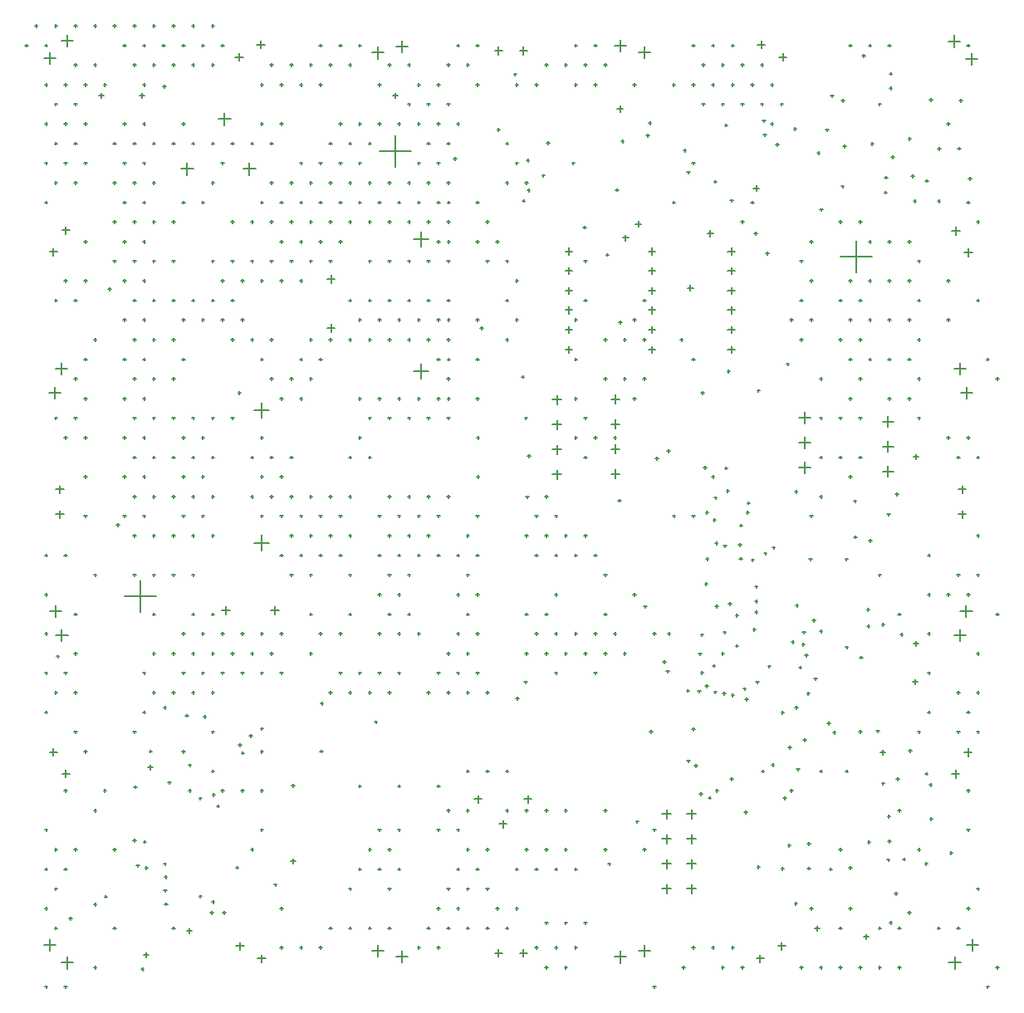
<source format=gbr>
G04*
G04 #@! TF.GenerationSoftware,Altium Limited,Altium Designer,25.5.2 (35)*
G04*
G04 Layer_Color=128*
%FSLAX25Y25*%
%MOIN*%
G70*
G04*
G04 #@! TF.SameCoordinates,5858FFA7-226C-4CE8-8668-B70CF27CC624*
G04*
G04*
G04 #@! TF.FilePolarity,Positive*
G04*
G01*
G75*
%ADD117C,0.00500*%
D117*
X257520Y51516D02*
X261063D01*
X259291Y49744D02*
Y53288D01*
X267520Y51516D02*
X271063D01*
X269291Y49744D02*
Y53288D01*
X257520Y61516D02*
X261063D01*
X259291Y59744D02*
Y63288D01*
X267520Y41516D02*
X271063D01*
X269291Y39744D02*
Y43288D01*
X257520Y71516D02*
X261063D01*
X259291Y69744D02*
Y73287D01*
X267520Y61516D02*
X271063D01*
X269291Y59744D02*
Y63288D01*
X257520Y41516D02*
X261063D01*
X259291Y39744D02*
Y43288D01*
X267520Y71516D02*
X271063D01*
X269291Y69744D02*
Y73287D01*
X237008Y238110D02*
X240551D01*
X238780Y236338D02*
Y239882D01*
X237008Y228110D02*
X240551D01*
X238780Y226339D02*
Y229882D01*
X237008Y208110D02*
X240551D01*
X238780Y206339D02*
Y209882D01*
X237008Y218110D02*
X240551D01*
X238780Y216338D02*
Y219882D01*
X283858Y265945D02*
X286614D01*
X285236Y264567D02*
Y267323D01*
X252067Y265945D02*
X254823D01*
X253445Y264567D02*
Y267323D01*
X218799Y265945D02*
X221555D01*
X220177Y264567D02*
Y267323D01*
X213484Y227854D02*
X217028D01*
X215256Y226083D02*
Y229626D01*
X312402Y210630D02*
X317126D01*
X314764Y208268D02*
Y212992D01*
X202126Y77598D02*
X205079D01*
X203602Y76122D02*
Y79075D01*
X123032Y266634D02*
X126181D01*
X124606Y265059D02*
Y268209D01*
X64331Y330512D02*
X69331D01*
X66831Y328012D02*
Y333012D01*
X93602Y180433D02*
X99705D01*
X96654Y177382D02*
Y183484D01*
X80807Y153248D02*
X83957D01*
X82382Y151673D02*
Y154823D01*
X373813Y305707D02*
X377013D01*
X375413Y304107D02*
Y307307D01*
X376353Y201850D02*
X379553D01*
X377953Y200250D02*
Y203450D01*
X295644Y380413D02*
X298844D01*
X297244Y378813D02*
Y382013D01*
X283858Y289567D02*
X286614D01*
X285236Y288189D02*
Y290945D01*
X378695Y96357D02*
X381895D01*
X380295Y94757D02*
Y97957D01*
X303911Y18484D02*
X307111D01*
X305511Y16884D02*
Y20084D01*
X252067Y289567D02*
X254823D01*
X253445Y288189D02*
Y290945D01*
X218799Y289567D02*
X221555D01*
X220177Y288189D02*
Y290945D01*
X213484Y237854D02*
X217028D01*
X215256Y236083D02*
Y239626D01*
X190250Y377953D02*
X193450D01*
X191850Y376353D02*
Y379553D01*
X86098Y375413D02*
X89298D01*
X87698Y373813D02*
Y377013D01*
X11589Y297146D02*
X14789D01*
X13189Y295546D02*
Y298746D01*
X14148Y191850D02*
X17348D01*
X15748Y190250D02*
Y193450D01*
X200250Y15748D02*
X203450D01*
X201850Y14148D02*
Y17348D01*
X182126Y77598D02*
X185079D01*
X183602Y76122D02*
Y79075D01*
X100492Y153248D02*
X103642D01*
X102067Y151673D02*
Y154823D01*
X16609Y87795D02*
X19809D01*
X18209Y86195D02*
Y89395D01*
X95152Y13484D02*
X98352D01*
X96752Y11884D02*
Y15084D01*
X218799Y297441D02*
X221555D01*
X220177Y296063D02*
Y298819D01*
X218799Y258071D02*
X221555D01*
X220177Y256693D02*
Y259449D01*
X218799Y281693D02*
X221555D01*
X220177Y280315D02*
Y283071D01*
X218799Y273819D02*
X221555D01*
X220177Y272441D02*
Y275197D01*
X143996Y337598D02*
X156595D01*
X150295Y331299D02*
Y343898D01*
X41859Y158967D02*
X54458D01*
X48158Y152668D02*
Y165266D01*
X329035Y295177D02*
X341634D01*
X335335Y288878D02*
Y301476D01*
X213484Y217854D02*
X217028D01*
X215256Y216083D02*
Y219626D01*
X283858Y273819D02*
X286614D01*
X285236Y272441D02*
Y275197D01*
X252067Y281693D02*
X254823D01*
X253445Y280315D02*
Y283071D01*
X252067Y273819D02*
X254823D01*
X253445Y272441D02*
Y275197D01*
X213484Y207854D02*
X217028D01*
X215256Y206083D02*
Y209626D01*
X283858Y281693D02*
X286614D01*
X285236Y280315D02*
Y283071D01*
X283858Y297441D02*
X286614D01*
X285236Y296063D02*
Y298819D01*
X283858Y258071D02*
X286614D01*
X285236Y256693D02*
Y259449D01*
X16589Y305806D02*
X19789D01*
X18189Y304206D02*
Y307406D01*
X252067Y258071D02*
X254823D01*
X253445Y256693D02*
Y259449D01*
X252067Y297441D02*
X254823D01*
X253445Y296063D02*
Y298819D01*
X372350Y381784D02*
X377075D01*
X374713Y379421D02*
Y384146D01*
X379618Y18890D02*
X384343D01*
X381980Y16528D02*
Y21252D01*
X374690Y250302D02*
X379415D01*
X377052Y247940D02*
Y252664D01*
X377180Y153058D02*
X381904D01*
X379542Y150696D02*
Y155420D01*
X238372Y379852D02*
X243097D01*
X240734Y377490D02*
Y382214D01*
X141030Y377136D02*
X145754D01*
X143392Y374774D02*
Y379498D01*
X9358Y374909D02*
X14083D01*
X11720Y372547D02*
Y377272D01*
X89331Y330512D02*
X94331D01*
X91831Y328012D02*
Y333012D01*
X247933Y16732D02*
X252657D01*
X250295Y14370D02*
Y19094D01*
X150689Y14173D02*
X155413D01*
X153051Y11811D02*
Y16535D01*
X14188Y143202D02*
X18912D01*
X16550Y140840D02*
Y145564D01*
X16437Y11811D02*
X21161D01*
X18799Y9449D02*
Y14173D01*
X11403Y240643D02*
X16127D01*
X13765Y238281D02*
Y243005D01*
X192126Y67598D02*
X195079D01*
X193602Y66122D02*
Y69075D01*
X312402Y230630D02*
X317126D01*
X314764Y228268D02*
Y232992D01*
X312402Y220630D02*
X317126D01*
X314764Y218268D02*
Y222992D01*
X346122Y229094D02*
X350256D01*
X348189Y227028D02*
Y231161D01*
X200250Y377953D02*
X203450D01*
X201850Y376353D02*
Y379553D01*
X378813Y297047D02*
X382013D01*
X380413Y295447D02*
Y298647D01*
X304304Y375413D02*
X307504D01*
X305904Y373813D02*
Y377013D01*
X376353Y191850D02*
X379553D01*
X377953Y190250D02*
Y193450D01*
X86492Y18484D02*
X89692D01*
X88092Y16884D02*
Y20084D01*
X190250Y15748D02*
X193450D01*
X191850Y14148D02*
Y17348D01*
X373695Y87697D02*
X376895D01*
X375295Y86097D02*
Y89297D01*
X295250Y13484D02*
X298450D01*
X296850Y11884D02*
Y15084D01*
X346122Y209094D02*
X350256D01*
X348189Y207028D02*
Y211161D01*
X346122Y219094D02*
X350256D01*
X348189Y217027D02*
Y221161D01*
X372547Y11819D02*
X377272D01*
X374909Y9457D02*
Y14181D01*
X374592Y143399D02*
X379316D01*
X376954Y141037D02*
Y145761D01*
X377278Y240643D02*
X382003D01*
X379641Y238281D02*
Y243005D01*
X141030Y16761D02*
X145754D01*
X143392Y14399D02*
Y19124D01*
X238274Y14144D02*
X242998D01*
X240636Y11782D02*
Y16506D01*
X9366Y18882D02*
X14090D01*
X11728Y16520D02*
Y21244D01*
X79331Y350512D02*
X84331D01*
X81831Y348012D02*
Y353012D01*
X123032Y286319D02*
X126181D01*
X124606Y284744D02*
Y287894D01*
X157677Y302343D02*
X163780D01*
X160728Y299291D02*
Y305394D01*
X157677Y249232D02*
X163780D01*
X160728Y246181D02*
Y252283D01*
X93602Y233543D02*
X99705D01*
X96654Y230492D02*
Y236595D01*
X379421Y374713D02*
X384146D01*
X381784Y372350D02*
Y377075D01*
X248032Y377264D02*
X252756D01*
X250394Y374902D02*
Y379626D01*
X150689Y379724D02*
X155413D01*
X153051Y377362D02*
Y382087D01*
X16429Y381980D02*
X21154D01*
X18791Y379618D02*
Y384343D01*
X13991Y250302D02*
X18715D01*
X16353Y247940D02*
Y252664D01*
X11600Y152861D02*
X16324D01*
X13962Y150499D02*
Y155223D01*
X11609Y96456D02*
X14809D01*
X13209Y94856D02*
Y98056D01*
X14148Y201850D02*
X17348D01*
X15748Y200250D02*
Y203450D01*
X94758Y380413D02*
X97958D01*
X96358Y378813D02*
Y382013D01*
X338461Y22169D02*
X340430D01*
X339445Y21184D02*
Y23153D01*
X318799Y25689D02*
X320768D01*
X319783Y24705D02*
Y26673D01*
X316732Y33661D02*
X317913D01*
X317323Y33071D02*
Y34252D01*
X332480Y33661D02*
X333662D01*
X333071Y33071D02*
Y34252D01*
X173847Y334716D02*
X175028D01*
X174437Y334125D02*
Y335306D01*
X171299Y238386D02*
X172480D01*
X171890Y237795D02*
Y238977D01*
X171299Y254134D02*
X172480D01*
X171890Y253543D02*
Y254725D01*
X171299Y269882D02*
X172480D01*
X171890Y269291D02*
Y270473D01*
X171299Y301378D02*
X172480D01*
X171890Y300787D02*
Y301969D01*
X171299Y317126D02*
X172480D01*
X171890Y316536D02*
Y317717D01*
X171063Y309252D02*
X172244D01*
X171653Y308662D02*
Y309843D01*
X171063Y325000D02*
X172244D01*
X171653Y324410D02*
Y325591D01*
X171063Y246260D02*
X172244D01*
X171653Y245669D02*
Y246850D01*
X171063Y293504D02*
X172244D01*
X171653Y292914D02*
Y294095D01*
X171063Y262008D02*
X172244D01*
X171653Y261417D02*
Y262598D01*
X171063Y277756D02*
X172244D01*
X171653Y277166D02*
Y278347D01*
X182992Y206890D02*
X184173D01*
X183583Y206299D02*
Y207480D01*
X182992Y222638D02*
X184173D01*
X183583Y222047D02*
Y223228D01*
X202758Y198816D02*
X203940D01*
X203349Y198226D02*
Y199407D01*
X202264Y230512D02*
X203445D01*
X202854Y229921D02*
Y231102D01*
X203346Y321949D02*
X204528D01*
X203937Y321358D02*
Y322539D01*
X191260Y346358D02*
X192441D01*
X191850Y345768D02*
Y346949D01*
X345571Y83858D02*
X346752D01*
X346161Y83268D02*
Y84449D01*
X356398Y96987D02*
X357579D01*
X356988Y96396D02*
Y97577D01*
X331004Y88767D02*
X332185D01*
X331595Y88177D02*
Y89358D01*
X344980Y96260D02*
X346949D01*
X345965Y95276D02*
Y97244D01*
X339928Y60271D02*
X341109D01*
X340519Y59680D02*
Y60861D01*
X347709Y53200D02*
X348890D01*
X348300Y52609D02*
Y53790D01*
X348209Y60709D02*
X349390D01*
X348799Y60118D02*
Y61299D01*
X350787Y39665D02*
X351969D01*
X351378Y39075D02*
Y40256D01*
X356102Y31890D02*
X357283D01*
X356693Y31299D02*
Y32480D01*
X210433Y27854D02*
X211614D01*
X211024Y27264D02*
Y28445D01*
X218307Y27854D02*
X219488D01*
X218898Y27264D02*
Y28445D01*
X226181Y27854D02*
X227362D01*
X226772Y27264D02*
Y28445D01*
X206496Y17913D02*
X207677D01*
X207087Y17323D02*
Y18504D01*
X214370Y17913D02*
X215551D01*
X214961Y17323D02*
Y18504D01*
X222244Y17913D02*
X223425D01*
X222835Y17323D02*
Y18504D01*
X143504Y65158D02*
X144685D01*
X144094Y64567D02*
Y65748D01*
X139567Y57284D02*
X140748D01*
X140157Y56693D02*
Y57874D01*
X135630Y82776D02*
X136811D01*
X136220Y82185D02*
Y83366D01*
X151378Y82776D02*
X152559D01*
X151968Y82185D02*
Y83366D01*
X167126Y82776D02*
X168307D01*
X167717Y82185D02*
Y83366D01*
X50953Y90158D02*
X52921D01*
X51937Y89173D02*
Y91142D01*
X31447Y359990D02*
X33415D01*
X32431Y359006D02*
Y360974D01*
X35187Y282348D02*
X36368D01*
X35778Y281758D02*
Y282939D01*
X310630Y35620D02*
X311811D01*
X311220Y35030D02*
Y36211D01*
X277362Y364272D02*
X278543D01*
X277953Y363681D02*
Y364862D01*
X285236Y364272D02*
X286417D01*
X285827Y363681D02*
Y364862D01*
X293110Y364272D02*
X294291D01*
X293701Y363681D02*
Y364862D01*
X300984Y364272D02*
X302165D01*
X301575Y363681D02*
Y364862D01*
X48324Y9295D02*
X49505D01*
X48915Y8705D02*
Y9886D01*
X13582Y120276D02*
X14764D01*
X14173Y119685D02*
Y120866D01*
X21457Y104528D02*
X22638D01*
X22047Y103937D02*
Y105118D01*
X278703Y180253D02*
X279885D01*
X279294Y179663D02*
Y180844D01*
X274902Y192618D02*
X276083D01*
X275492Y192028D02*
Y193209D01*
X269488Y191142D02*
X270669D01*
X270079Y190551D02*
Y191732D01*
X282070Y179149D02*
X283252D01*
X282661Y178559D02*
Y179740D01*
X275000Y173956D02*
X276181D01*
X275590Y173366D02*
Y174547D01*
X274606Y163976D02*
X275787D01*
X275197Y163386D02*
Y164567D01*
X288583Y187402D02*
X289764D01*
X289173Y186811D02*
Y187992D01*
X288386Y174114D02*
X289567D01*
X288976Y173524D02*
Y174705D01*
X288232Y179629D02*
X289413D01*
X288822Y179039D02*
Y180220D01*
X284088Y155982D02*
X285270D01*
X284679Y155392D02*
Y156573D01*
X259547Y217323D02*
X260728D01*
X260138Y216732D02*
Y217913D01*
X246850Y308465D02*
X249213D01*
X248031Y307283D02*
Y309646D01*
X274114Y210600D02*
X275295D01*
X274705Y210010D02*
Y211191D01*
X277362Y206890D02*
X278543D01*
X277953Y206299D02*
Y207480D01*
Y189665D02*
X279134D01*
X278543Y189075D02*
Y190256D01*
X254724Y214272D02*
X255906D01*
X255315Y213681D02*
Y214862D01*
X239809Y197400D02*
X240990D01*
X240400Y196809D02*
Y197991D01*
X343445Y104823D02*
X344626D01*
X344036Y104232D02*
Y105413D01*
X336417Y104626D02*
X337598D01*
X337008Y104035D02*
Y105217D01*
X323721Y107972D02*
X324902D01*
X324311Y107382D02*
Y108563D01*
X86319Y50098D02*
X87500D01*
X86910Y49508D02*
Y50689D01*
X285286Y119299D02*
X286468D01*
X285877Y118709D02*
Y119890D01*
X270472Y90951D02*
X271654D01*
X271063Y90360D02*
Y91541D01*
X267409Y92815D02*
X268590D01*
X268000Y92224D02*
Y93405D01*
X362972Y51600D02*
X364154D01*
X363563Y51009D02*
Y52191D01*
X209252Y327854D02*
X210433D01*
X209842Y327264D02*
Y328445D01*
X252559Y104626D02*
X253740D01*
X253150Y104035D02*
Y105217D01*
X14345Y134837D02*
X15527D01*
X14936Y134246D02*
Y135427D01*
X9646Y143898D02*
X10827D01*
X10236Y143307D02*
Y144488D01*
X310991Y155315D02*
X312172D01*
X311581Y154724D02*
Y155905D01*
X291237Y192717D02*
X292418D01*
X291827Y192126D02*
Y193307D01*
X301688Y178531D02*
X302869D01*
X302279Y177940D02*
Y179122D01*
X293271Y173488D02*
X294453D01*
X293862Y172898D02*
Y174079D01*
X298327Y176149D02*
X299508D01*
X298917Y175558D02*
Y176739D01*
X303169Y340296D02*
X304350D01*
X303759Y339705D02*
Y340886D01*
X299114Y296555D02*
X300295D01*
X299705Y295965D02*
Y297146D01*
X319685Y336909D02*
X320866D01*
X320276Y336319D02*
Y337500D01*
X294170Y322736D02*
X296533D01*
X295352Y321555D02*
Y323917D01*
X239469Y354626D02*
X241831D01*
X240650Y353445D02*
Y355807D01*
X241634Y302854D02*
X243996D01*
X242815Y301673D02*
Y304035D01*
X275689Y304626D02*
X278051D01*
X276870Y303445D02*
Y305807D01*
X267597Y282746D02*
X269959D01*
X268778Y281565D02*
Y283927D01*
X283569Y249344D02*
X284750D01*
X284160Y248753D02*
Y249935D01*
X284781Y317807D02*
X285962D01*
X285371Y317216D02*
Y318397D01*
X267544Y329166D02*
X268725D01*
X268134Y328575D02*
Y329756D01*
X278248Y325394D02*
X279429D01*
X278839Y324803D02*
Y325984D01*
X294390Y304626D02*
X295571D01*
X294980Y304035D02*
Y305217D01*
X291634Y196457D02*
X292815D01*
X292224Y195866D02*
Y197047D01*
X297374Y88748D02*
X298555D01*
X297965Y88157D02*
Y89339D01*
X310720Y114280D02*
X311901D01*
X311311Y113689D02*
Y114871D01*
X312340Y130437D02*
X313522D01*
X312931Y129847D02*
Y131028D01*
X318418Y125855D02*
X319599D01*
X319009Y125264D02*
Y126445D01*
X305268Y112384D02*
X306450D01*
X305859Y111793D02*
Y112974D01*
X259055Y128839D02*
X260236D01*
X259646Y128248D02*
Y129429D01*
X257776Y132579D02*
X258957D01*
X258366Y131988D02*
Y133169D01*
X67309Y81010D02*
X68490D01*
X67900Y80420D02*
Y81601D01*
X76575Y88779D02*
X77756D01*
X77165Y88189D02*
Y89370D01*
X71575Y77835D02*
X72756D01*
X72165Y77244D02*
Y78425D01*
X87402Y99213D02*
X88583D01*
X87992Y98622D02*
Y99803D01*
X88603Y96089D02*
X89784D01*
X89193Y95499D02*
Y96680D01*
X120177Y96752D02*
X121358D01*
X120768Y96161D02*
Y97342D01*
X9646Y112402D02*
X10827D01*
X10236Y111811D02*
Y112992D01*
X252010Y348900D02*
X253190D01*
X252600Y348309D02*
Y349490D01*
X245866Y364370D02*
X247047D01*
X246457Y363780D02*
Y364961D01*
X203051Y334055D02*
X204232D01*
X203642Y333465D02*
Y334646D01*
X211112Y340952D02*
X212294D01*
X211703Y340362D02*
Y341543D01*
X379725Y380118D02*
X380906D01*
X380315Y379528D02*
Y380709D01*
X364764Y358268D02*
X365945D01*
X365354Y357677D02*
Y358858D01*
X376772Y358000D02*
X377953D01*
X377362Y357410D02*
Y358591D01*
X348228Y380118D02*
X349410D01*
X348819Y379528D02*
Y380709D01*
X340354Y380118D02*
X341535D01*
X340945Y379528D02*
Y380709D01*
X344291Y356496D02*
X345473D01*
X344882Y355906D02*
Y357087D01*
X380509Y326600D02*
X381691D01*
X381100Y326009D02*
Y327190D01*
X371850Y348622D02*
X373032D01*
X372441Y348032D02*
Y349213D01*
X337894Y375984D02*
X339075D01*
X338484Y375394D02*
Y376575D01*
X332480Y380118D02*
X333662D01*
X333071Y379528D02*
Y380709D01*
X304921Y356496D02*
X306102D01*
X305512Y355906D02*
Y357087D01*
X300984Y348622D02*
X302165D01*
X301575Y348032D02*
Y349213D01*
X297047Y372244D02*
X298228D01*
X297638Y371654D02*
Y372835D01*
X289173Y372244D02*
X290354D01*
X289764Y371654D02*
Y372835D01*
X285236Y380118D02*
X286417D01*
X285827Y379528D02*
Y380709D01*
X281299Y372244D02*
X282480D01*
X281890Y371654D02*
Y372835D01*
X297047Y356496D02*
X298228D01*
X297638Y355906D02*
Y357087D01*
X289173Y356496D02*
X290354D01*
X289764Y355906D02*
Y357087D01*
X281299Y356496D02*
X282480D01*
X281890Y355906D02*
Y357087D01*
X282610Y348100D02*
X283790D01*
X283200Y347510D02*
Y348691D01*
X383662Y309252D02*
X384843D01*
X384252Y308662D02*
Y309843D01*
X379725Y317126D02*
X380906D01*
X380315Y316536D02*
Y317717D01*
X371850Y285630D02*
X373032D01*
X372441Y285039D02*
Y286221D01*
X356102Y301378D02*
X357283D01*
X356693Y300787D02*
Y301969D01*
X360039Y293504D02*
X361221D01*
X360630Y292914D02*
Y294095D01*
X340354Y301378D02*
X341535D01*
X340945Y300787D02*
Y301969D01*
X336417Y309252D02*
X337598D01*
X337008Y308662D02*
Y309843D01*
X348228Y301378D02*
X349410D01*
X348819Y300787D02*
Y301969D01*
X356102Y285630D02*
X357283D01*
X356693Y285039D02*
Y286221D01*
X360039Y277756D02*
X361221D01*
X360630Y277166D02*
Y278347D01*
X340354Y285630D02*
X341535D01*
X340945Y285039D02*
Y286221D01*
X348228Y285630D02*
X349410D01*
X348819Y285039D02*
Y286221D01*
X383662Y277756D02*
X384843D01*
X384252Y277166D02*
Y278347D01*
X391535Y246260D02*
X392717D01*
X392126Y245669D02*
Y246850D01*
X387598Y254134D02*
X388780D01*
X388189Y253543D02*
Y254725D01*
X379725Y222638D02*
X380906D01*
X380315Y222047D02*
Y223228D01*
X371850Y269882D02*
X373032D01*
X372441Y269291D02*
Y270473D01*
X360039Y230512D02*
X361221D01*
X360630Y229921D02*
Y231102D01*
X371850Y222638D02*
X373032D01*
X372441Y222047D02*
Y223228D01*
X360039Y262008D02*
X361221D01*
X360630Y261417D02*
Y262598D01*
X356102Y269882D02*
X357283D01*
X356693Y269291D02*
Y270473D01*
X348228Y254134D02*
X349410D01*
X348819Y253543D02*
Y254725D01*
X348228Y269882D02*
X349410D01*
X348819Y269291D02*
Y270473D01*
X340354Y269882D02*
X341535D01*
X340945Y269291D02*
Y270473D01*
X340354Y254134D02*
X341535D01*
X340945Y253543D02*
Y254725D01*
X360039Y246260D02*
X361221D01*
X360630Y245669D02*
Y246850D01*
X356102Y254134D02*
X357283D01*
X356693Y253543D02*
Y254725D01*
X356102Y238386D02*
X357283D01*
X356693Y237795D02*
Y238977D01*
X348228Y238386D02*
X349410D01*
X348819Y237795D02*
Y238977D01*
X336417Y230512D02*
X337598D01*
X337008Y229921D02*
Y231102D01*
X328543Y309252D02*
X329724D01*
X329134Y308662D02*
Y309843D01*
X316732Y285630D02*
X317913D01*
X317323Y285039D02*
Y286221D01*
X332480Y285630D02*
X333662D01*
X333071Y285039D02*
Y286221D01*
X316732Y301378D02*
X317913D01*
X317323Y300787D02*
Y301969D01*
X312795Y293504D02*
X313976D01*
X313386Y292914D02*
Y294095D01*
X336417Y277756D02*
X337598D01*
X337008Y277166D02*
Y278347D01*
X328543Y277756D02*
X329724D01*
X329134Y277166D02*
Y278347D01*
X332480Y269882D02*
X333662D01*
X333071Y269291D02*
Y270473D01*
X312795Y277756D02*
X313976D01*
X313386Y277166D02*
Y278347D01*
X308858Y269882D02*
X310039D01*
X309449Y269291D02*
Y270473D01*
X316732Y269882D02*
X317913D01*
X317323Y269291D02*
Y270473D01*
X293110Y317126D02*
X294291D01*
X293701Y316536D02*
Y317717D01*
X289173Y309252D02*
X290354D01*
X289764Y308662D02*
Y309843D01*
X328543Y262008D02*
X329724D01*
X329134Y261417D02*
Y262598D01*
X312795Y262008D02*
X313976D01*
X313386Y261417D02*
Y262598D01*
X336417Y262008D02*
X337598D01*
X337008Y261417D02*
Y262598D01*
X336417Y246260D02*
X337598D01*
X337008Y245669D02*
Y246850D01*
X332480Y254134D02*
X333662D01*
X333071Y253543D02*
Y254725D01*
X332480Y238386D02*
X333662D01*
X333071Y237795D02*
Y238977D01*
X320669Y230512D02*
X321850D01*
X321260Y229921D02*
Y231102D01*
X320669Y246260D02*
X321850D01*
X321260Y245669D02*
Y246850D01*
X328543Y230512D02*
X329724D01*
X329134Y229921D02*
Y231102D01*
X277362Y380118D02*
X278543D01*
X277953Y379528D02*
Y380709D01*
X273425Y356496D02*
X274606D01*
X274016Y355906D02*
Y357087D01*
X273425Y372244D02*
X274606D01*
X274016Y371654D02*
Y372835D01*
X269488Y380118D02*
X270669D01*
X270079Y379528D02*
Y380709D01*
X269488Y364370D02*
X270669D01*
X270079Y363780D02*
Y364961D01*
X269488Y332874D02*
X270669D01*
X270079Y332284D02*
Y333465D01*
X234055Y372244D02*
X235236D01*
X234646Y371654D02*
Y372835D01*
X261614Y364370D02*
X262795D01*
X262205Y363780D02*
Y364961D01*
X230118Y380118D02*
X231299D01*
X230709Y379528D02*
Y380709D01*
X226181Y372244D02*
X227362D01*
X226772Y371654D02*
Y372835D01*
X230118Y364370D02*
X231299D01*
X230709Y363780D02*
Y364961D01*
X261614Y317126D02*
X262795D01*
X262205Y316536D02*
Y317717D01*
X222244Y380118D02*
X223425D01*
X222835Y379528D02*
Y380709D01*
X218307Y372244D02*
X219488D01*
X218898Y371654D02*
Y372835D01*
X222244Y364370D02*
X223425D01*
X222835Y363780D02*
Y364961D01*
X210433Y372244D02*
X211614D01*
X211024Y371654D02*
Y372835D01*
X198622Y364370D02*
X199803D01*
X199213Y363780D02*
Y364961D01*
X197909Y368500D02*
X199091D01*
X198500Y367910D02*
Y369091D01*
X206496Y364370D02*
X207677D01*
X207087Y363780D02*
Y364961D01*
X194685Y340748D02*
X195866D01*
X195275Y340158D02*
Y341339D01*
X202559Y325000D02*
X203740D01*
X203150Y324410D02*
Y325591D01*
X198622Y332874D02*
X199803D01*
X199213Y332284D02*
Y333465D01*
X194685Y325000D02*
X195866D01*
X195275Y324410D02*
Y325591D01*
X249803Y277756D02*
X250984D01*
X250394Y277166D02*
Y278347D01*
X245866Y269882D02*
X247047D01*
X246457Y269291D02*
Y270473D01*
X269488Y254134D02*
X270669D01*
X270079Y253543D02*
Y254725D01*
X249803Y262008D02*
X250984D01*
X250394Y261417D02*
Y262598D01*
X234055Y262008D02*
X235236D01*
X234646Y261417D02*
Y262598D01*
X241929Y262008D02*
X243110D01*
X242520Y261417D02*
Y262598D01*
X249803Y246260D02*
X250984D01*
X250394Y245669D02*
Y246850D01*
X241929Y246260D02*
X243110D01*
X242520Y245669D02*
Y246850D01*
X245866Y238386D02*
X247047D01*
X246457Y237795D02*
Y238977D01*
X234055Y246260D02*
X235236D01*
X234646Y245669D02*
Y246850D01*
X237992Y222638D02*
X239173D01*
X238583Y222047D02*
Y223228D01*
X230118Y222638D02*
X231299D01*
X230709Y222047D02*
Y223228D01*
X225886Y307087D02*
X227067D01*
X226476Y306496D02*
Y307677D01*
X226181Y293504D02*
X227362D01*
X226772Y292914D02*
Y294095D01*
X226181Y277756D02*
X227362D01*
X226772Y277166D02*
Y278347D01*
X222244Y254134D02*
X223425D01*
X222835Y253543D02*
Y254725D01*
X222244Y269882D02*
X223425D01*
X222835Y269291D02*
Y270473D01*
X198622Y285630D02*
X199803D01*
X199213Y285039D02*
Y286221D01*
X194685Y293504D02*
X195866D01*
X195275Y292914D02*
Y294095D01*
X194685Y277756D02*
X195866D01*
X195275Y277166D02*
Y278347D01*
X190748Y301378D02*
X191929D01*
X191339Y300787D02*
Y301969D01*
X186811Y309252D02*
X187992D01*
X187401Y308662D02*
Y309843D01*
X186811Y293504D02*
X187992D01*
X187401Y292914D02*
Y294095D01*
X198622Y269882D02*
X199803D01*
X199213Y269291D02*
Y270473D01*
X194685Y262008D02*
X195866D01*
X195275Y261417D02*
Y262598D01*
X222244Y238386D02*
X223425D01*
X222835Y237795D02*
Y238977D01*
X226181Y230512D02*
X227362D01*
X226772Y229921D02*
Y231102D01*
X222244Y222638D02*
X223425D01*
X222835Y222047D02*
Y223228D01*
X201009Y247078D02*
X202190D01*
X201599Y246487D02*
Y247668D01*
X383662Y183268D02*
X384843D01*
X384252Y182677D02*
Y183858D01*
X383662Y214764D02*
X384843D01*
X384252Y214173D02*
Y215354D01*
X383662Y167520D02*
X384843D01*
X384252Y166929D02*
Y168110D01*
X375787Y214764D02*
X376969D01*
X376378Y214173D02*
Y215354D01*
X375787Y167520D02*
X376969D01*
X376378Y166929D02*
Y168110D01*
X391535Y151772D02*
X392717D01*
X392126Y151181D02*
Y152362D01*
X379725Y159646D02*
X380906D01*
X380315Y159055D02*
Y160236D01*
X383662Y136024D02*
X384843D01*
X384252Y135433D02*
Y136614D01*
X363976Y175394D02*
X365158D01*
X364567Y174803D02*
Y175984D01*
X371850Y159646D02*
X373032D01*
X372441Y159055D02*
Y160236D01*
X363976Y143898D02*
X365158D01*
X364567Y143307D02*
Y144488D01*
X363976Y159646D02*
X365158D01*
X364567Y159055D02*
Y160236D01*
X352165Y151772D02*
X353346D01*
X352756Y151181D02*
Y152362D01*
X383662Y120276D02*
X384843D01*
X384252Y119685D02*
Y120866D01*
X375787Y120276D02*
X376969D01*
X376378Y119685D02*
Y120866D01*
X383662Y104528D02*
X384843D01*
X384252Y103937D02*
Y105118D01*
X379725Y112402D02*
X380906D01*
X380315Y111811D02*
Y112992D01*
X375787Y104528D02*
X376969D01*
X376378Y103937D02*
Y105118D01*
X363976Y112402D02*
X365158D01*
X364567Y111811D02*
Y112992D01*
X363976Y128150D02*
X365158D01*
X364567Y127559D02*
Y128740D01*
X360039Y104528D02*
X361221D01*
X360630Y103937D02*
Y105118D01*
X336417Y214764D02*
X337598D01*
X337008Y214173D02*
Y215354D01*
X328543Y214764D02*
X329724D01*
X329134Y214173D02*
Y215354D01*
X320669Y214764D02*
X321850D01*
X321260Y214173D02*
Y215354D01*
X332480Y206890D02*
X333662D01*
X333071Y206299D02*
Y207480D01*
X334310Y197200D02*
X335490D01*
X334900Y196609D02*
Y197791D01*
X320669Y199016D02*
X321850D01*
X321260Y198425D02*
Y199606D01*
X316732Y191142D02*
X317913D01*
X317323Y190551D02*
Y191732D01*
X344291Y167520D02*
X345473D01*
X344882Y166929D02*
Y168110D01*
X320669Y88779D02*
X321850D01*
X321260Y88189D02*
Y89370D01*
X311409Y89469D02*
X312591D01*
X312000Y88878D02*
Y90059D01*
X379725Y80905D02*
X380906D01*
X380315Y80315D02*
Y81496D01*
X379725Y65158D02*
X380906D01*
X380315Y64567D02*
Y65748D01*
X383662Y41535D02*
X384843D01*
X384252Y40945D02*
Y42126D01*
X360039Y57284D02*
X361221D01*
X360630Y56693D02*
Y57874D01*
X352165Y73032D02*
X353346D01*
X352756Y72441D02*
Y73622D01*
X391535Y10039D02*
X392717D01*
X392126Y9449D02*
Y10630D01*
X379725Y33661D02*
X380906D01*
X380315Y33071D02*
Y34252D01*
X387598Y2165D02*
X388780D01*
X388189Y1575D02*
Y2756D01*
X375787Y25787D02*
X376969D01*
X376378Y25197D02*
Y26378D01*
X367913Y25787D02*
X369094D01*
X368504Y25197D02*
Y26378D01*
X352165Y25787D02*
X353346D01*
X352756Y25197D02*
Y26378D01*
X352165Y10039D02*
X353346D01*
X352756Y9449D02*
Y10630D01*
X308858Y80905D02*
X310039D01*
X309449Y80315D02*
Y81496D01*
X306209Y78000D02*
X307390D01*
X306800Y77409D02*
Y78591D01*
X328543Y57284D02*
X329724D01*
X329134Y56693D02*
Y57874D01*
X324606Y49409D02*
X325787D01*
X325197Y48819D02*
Y50000D01*
X348710Y28000D02*
X349890D01*
X349300Y27409D02*
Y28591D01*
X344291Y10039D02*
X345473D01*
X344882Y9449D02*
Y10630D01*
X344291Y25787D02*
X345473D01*
X344882Y25197D02*
Y26378D01*
X328543Y25787D02*
X329724D01*
X329134Y25197D02*
Y26378D01*
X328543Y10039D02*
X329724D01*
X329134Y9449D02*
Y10630D01*
X320669Y10039D02*
X321850D01*
X321260Y9449D02*
Y10630D01*
X336417Y10039D02*
X337598D01*
X337008Y9449D02*
Y10630D01*
X312795Y10039D02*
X313976D01*
X313386Y9449D02*
Y10630D01*
X261650Y191178D02*
X262831D01*
X262241Y190587D02*
Y191769D01*
X272933Y143504D02*
X274114D01*
X273524Y142913D02*
Y144095D01*
X281299Y136024D02*
X282480D01*
X281890Y135433D02*
Y136614D01*
X253740Y143898D02*
X254921D01*
X254331Y143307D02*
Y144488D01*
X259646Y143898D02*
X260827D01*
X260236Y143307D02*
Y144488D01*
X226181Y183268D02*
X227362D01*
X226772Y182677D02*
Y183858D01*
X226181Y214764D02*
X227362D01*
X226772Y214173D02*
Y215354D01*
X218307Y183268D02*
X219488D01*
X218898Y182677D02*
Y183858D01*
X234055Y167520D02*
X235236D01*
X234646Y166929D02*
Y168110D01*
X230118Y175394D02*
X231299D01*
X230709Y174803D02*
Y175984D01*
X222244Y175394D02*
X223425D01*
X222835Y174803D02*
Y175984D01*
X214370Y175394D02*
X215551D01*
X214961Y174803D02*
Y175984D01*
X214370Y159646D02*
X215551D01*
X214961Y159055D02*
Y160236D01*
X214370Y191142D02*
X215551D01*
X214961Y190551D02*
Y191732D01*
X210433Y199016D02*
X211614D01*
X211024Y198425D02*
Y199606D01*
X210433Y183268D02*
X211614D01*
X211024Y182677D02*
Y183858D01*
X206496Y191142D02*
X207677D01*
X207087Y190551D02*
Y191732D01*
X202559Y183268D02*
X203740D01*
X203150Y182677D02*
Y183858D01*
X206496Y175394D02*
X207677D01*
X207087Y174803D02*
Y175984D01*
X250098Y154823D02*
X251279D01*
X250689Y154232D02*
Y155413D01*
X245866Y159646D02*
X247047D01*
X246457Y159055D02*
Y160236D01*
X237992Y143898D02*
X239173D01*
X238583Y143307D02*
Y144488D01*
X241929Y136024D02*
X243110D01*
X242520Y135433D02*
Y136614D01*
X234055Y151772D02*
X235236D01*
X234646Y151181D02*
Y152362D01*
X230118Y143898D02*
X231299D01*
X230709Y143307D02*
Y144488D01*
X234055Y136024D02*
X235236D01*
X234646Y135433D02*
Y136614D01*
X214370Y143898D02*
X215551D01*
X214961Y143307D02*
Y144488D01*
X210433Y151772D02*
X211614D01*
X211024Y151181D02*
Y152362D01*
X222244Y143898D02*
X223425D01*
X222835Y143307D02*
Y144488D01*
X202559Y151772D02*
X203740D01*
X203150Y151181D02*
Y152362D01*
X206496Y143898D02*
X207677D01*
X207087Y143307D02*
Y144488D01*
X218307Y136024D02*
X219488D01*
X218898Y135433D02*
Y136614D01*
X210433Y136024D02*
X211614D01*
X211024Y135433D02*
Y136614D01*
X226181Y136024D02*
X227362D01*
X226772Y135433D02*
Y136614D01*
X202559Y136024D02*
X203740D01*
X203150Y135433D02*
Y136614D01*
X271850Y120866D02*
X273031D01*
X272441Y120276D02*
Y121457D01*
X269488Y105616D02*
X270669D01*
X270079Y105026D02*
Y106207D01*
X285236Y17913D02*
X286417D01*
X285827Y17323D02*
Y18504D01*
X289173Y10039D02*
X290354D01*
X289764Y9449D02*
Y10630D01*
X277362Y17913D02*
X278543D01*
X277953Y17323D02*
Y18504D01*
X281299Y10039D02*
X282480D01*
X281890Y9449D02*
Y10630D01*
X253740Y65158D02*
X254921D01*
X254331Y64567D02*
Y65748D01*
X269488Y17913D02*
X270669D01*
X270079Y17323D02*
Y18504D01*
X265551Y10039D02*
X266732D01*
X266142Y9449D02*
Y10630D01*
X253740Y2165D02*
X254921D01*
X254331Y1575D02*
Y2756D01*
X230118Y128150D02*
X231299D01*
X230709Y127559D02*
Y128740D01*
X214370Y128150D02*
X215551D01*
X214961Y127559D02*
Y128740D01*
X234055Y57284D02*
X235236D01*
X234646Y56693D02*
Y57874D01*
X234055Y73032D02*
X235236D01*
X234646Y72441D02*
Y73622D01*
X249803Y57284D02*
X250984D01*
X250394Y56693D02*
Y57874D01*
X218307Y73032D02*
X219488D01*
X218898Y72441D02*
Y73622D01*
X210433Y73032D02*
X211614D01*
X211024Y72441D02*
Y73622D01*
X218307Y57284D02*
X219488D01*
X218898Y56693D02*
Y57874D01*
X186811Y88779D02*
X187992D01*
X187401Y88189D02*
Y89370D01*
X186811Y120276D02*
X187992D01*
X187401Y119685D02*
Y120866D01*
X194685Y88779D02*
X195866D01*
X195275Y88189D02*
Y89370D01*
X202559Y73032D02*
X203740D01*
X203150Y72441D02*
Y73622D01*
X202559Y57284D02*
X203740D01*
X203150Y56693D02*
Y57874D01*
X194685Y73032D02*
X195866D01*
X195275Y72441D02*
Y73622D01*
X186811Y57284D02*
X187992D01*
X187401Y56693D02*
Y57874D01*
X222244Y49409D02*
X223425D01*
X222835Y48819D02*
Y50000D01*
X214370Y49409D02*
X215551D01*
X214961Y48819D02*
Y50000D01*
X218307Y10039D02*
X219488D01*
X218898Y9449D02*
Y10630D01*
X210433Y10039D02*
X211614D01*
X211024Y9449D02*
Y10630D01*
X210433Y57284D02*
X211614D01*
X211024Y56693D02*
Y57874D01*
X206496Y49409D02*
X207677D01*
X207087Y48819D02*
Y50000D01*
X198622Y49409D02*
X199803D01*
X199213Y48819D02*
Y50000D01*
X186811Y41535D02*
X187992D01*
X187401Y40945D02*
Y42126D01*
X198622Y33661D02*
X199803D01*
X199213Y33071D02*
Y34252D01*
X194685Y25787D02*
X195866D01*
X195275Y25197D02*
Y26378D01*
X190748Y33661D02*
X191929D01*
X191339Y33071D02*
Y34252D01*
X186811Y25787D02*
X187992D01*
X187401Y25197D02*
Y26378D01*
X182874Y380118D02*
X184055D01*
X183465Y379528D02*
Y380709D01*
X178937Y372244D02*
X180118D01*
X179527Y371654D02*
Y372835D01*
X182874Y364370D02*
X184055D01*
X183465Y363780D02*
Y364961D01*
X175000Y380118D02*
X176181D01*
X175591Y379528D02*
Y380709D01*
X171063Y372244D02*
X172244D01*
X171653Y371654D02*
Y372835D01*
X167126Y364370D02*
X168307D01*
X167717Y363780D02*
Y364961D01*
X175000Y348622D02*
X176181D01*
X175591Y348032D02*
Y349213D01*
X171063Y340748D02*
X172244D01*
X171653Y340158D02*
Y341339D01*
X171063Y356496D02*
X172244D01*
X171653Y355906D02*
Y357087D01*
X167126Y348622D02*
X168307D01*
X167717Y348032D02*
Y349213D01*
X167126Y332874D02*
X168307D01*
X167717Y332284D02*
Y333465D01*
X159252Y364370D02*
X160433D01*
X159843Y363780D02*
Y364961D01*
X155315Y356496D02*
X156496D01*
X155905Y355906D02*
Y357087D01*
X163189Y356496D02*
X164370D01*
X163779Y355906D02*
Y357087D01*
X155315Y372244D02*
X156496D01*
X155905Y371654D02*
Y372835D01*
X147441Y372244D02*
X148622D01*
X148031Y371654D02*
Y372835D01*
X143504Y364370D02*
X144685D01*
X144094Y363780D02*
Y364961D01*
X163189Y340748D02*
X164370D01*
X163779Y340158D02*
Y341339D01*
X159252Y348622D02*
X160433D01*
X159843Y348032D02*
Y349213D01*
X159252Y332874D02*
X160433D01*
X159843Y332284D02*
Y333465D01*
X151378Y348622D02*
X152559D01*
X151968Y348032D02*
Y349213D01*
X143504Y348622D02*
X144685D01*
X144094Y348032D02*
Y349213D01*
X139567Y340748D02*
X140748D01*
X140157Y340158D02*
Y341339D01*
X182874Y317126D02*
X184055D01*
X183465Y316536D02*
Y317717D01*
X167126Y301378D02*
X168307D01*
X167717Y300787D02*
Y301969D01*
X163189Y325000D02*
X164370D01*
X163779Y324410D02*
Y325591D01*
X155315Y325000D02*
X156496D01*
X155905Y324410D02*
Y325591D01*
X159252Y317126D02*
X160433D01*
X159843Y316536D02*
Y317717D01*
X147441Y325000D02*
X148622D01*
X148031Y324410D02*
Y325591D01*
X143504Y317126D02*
X144685D01*
X144094Y316536D02*
Y317717D01*
X151378Y317126D02*
X152559D01*
X151968Y316536D02*
Y317717D01*
X167126Y317126D02*
X168307D01*
X167717Y316536D02*
Y317717D01*
X155315Y309252D02*
X156496D01*
X155905Y308662D02*
Y309843D01*
X163189Y309252D02*
X164370D01*
X163779Y308662D02*
Y309843D01*
X139567Y309252D02*
X140748D01*
X140157Y308662D02*
Y309843D01*
X147441Y309252D02*
X148622D01*
X148031Y308662D02*
Y309843D01*
X135630Y380118D02*
X136811D01*
X136220Y379528D02*
Y380709D01*
X127756Y380118D02*
X128937D01*
X128346Y379528D02*
Y380709D01*
X123819Y372244D02*
X125000D01*
X124409Y371654D02*
Y372835D01*
X119882Y380118D02*
X121063D01*
X120472Y379528D02*
Y380709D01*
X115945Y372244D02*
X117126D01*
X116535Y371654D02*
Y372835D01*
X135630Y348622D02*
X136811D01*
X136220Y348032D02*
Y349213D01*
X131693Y372244D02*
X132874D01*
X132283Y371654D02*
Y372835D01*
X131693Y340748D02*
X132874D01*
X132283Y340158D02*
Y341339D01*
X127756Y348622D02*
X128937D01*
X128346Y348032D02*
Y349213D01*
X119882Y364370D02*
X121063D01*
X120472Y363780D02*
Y364961D01*
X123819Y340748D02*
X125000D01*
X124409Y340158D02*
Y341339D01*
X108071Y372244D02*
X109252D01*
X108661Y371654D02*
Y372835D01*
X100197Y372244D02*
X101378D01*
X100787Y371654D02*
Y372835D01*
X96260Y364370D02*
X97441D01*
X96850Y363780D02*
Y364961D01*
X112008Y364370D02*
X113189D01*
X112598Y363780D02*
Y364961D01*
X104134Y364370D02*
X105315D01*
X104724Y363780D02*
Y364961D01*
X104134Y348622D02*
X105315D01*
X104724Y348032D02*
Y349213D01*
X96260Y348622D02*
X97441D01*
X96850Y348032D02*
Y349213D01*
X100197Y340748D02*
X101378D01*
X100787Y340158D02*
Y341339D01*
X135630Y332874D02*
X136811D01*
X136220Y332284D02*
Y333465D01*
X131693Y325000D02*
X132874D01*
X132283Y324410D02*
Y325591D01*
X139567Y325000D02*
X140748D01*
X140157Y324410D02*
Y325591D01*
X127756Y332874D02*
X128937D01*
X128346Y332284D02*
Y333465D01*
X119882Y332874D02*
X121063D01*
X120472Y332284D02*
Y333465D01*
X123819Y325000D02*
X125000D01*
X124409Y324410D02*
Y325591D01*
X135630Y317126D02*
X136811D01*
X136220Y316536D02*
Y317717D01*
X127756Y317126D02*
X128937D01*
X128346Y316536D02*
Y317717D01*
X131693Y309252D02*
X132874D01*
X132283Y308662D02*
Y309843D01*
X119882Y317126D02*
X121063D01*
X120472Y316536D02*
Y317717D01*
X115945Y309252D02*
X117126D01*
X116535Y308662D02*
Y309843D01*
X123819Y309252D02*
X125000D01*
X124409Y308662D02*
Y309843D01*
X112008Y332874D02*
X113189D01*
X112598Y332284D02*
Y333465D01*
X108071Y325000D02*
X109252D01*
X108661Y324410D02*
Y325591D01*
X115945Y325000D02*
X117126D01*
X116535Y324410D02*
Y325591D01*
X100197Y325000D02*
X101378D01*
X100787Y324410D02*
Y325591D01*
X96260Y317126D02*
X97441D01*
X96850Y316536D02*
Y317717D01*
X112008Y317126D02*
X113189D01*
X112598Y316536D02*
Y317717D01*
X108071Y309252D02*
X109252D01*
X108661Y308662D02*
Y309843D01*
X104134Y301378D02*
X105315D01*
X104724Y300787D02*
Y301969D01*
X104134Y317126D02*
X105315D01*
X104724Y316536D02*
Y317717D01*
X100197Y309252D02*
X101378D01*
X100787Y308662D02*
Y309843D01*
X182874Y301378D02*
X184055D01*
X183465Y300787D02*
Y301969D01*
X163189Y293504D02*
X164370D01*
X163779Y292914D02*
Y294095D01*
X163189Y277756D02*
X164370D01*
X163779Y277166D02*
Y278347D01*
X184409Y266634D02*
X185591D01*
X185000Y266043D02*
Y267224D01*
X167126Y269882D02*
X168307D01*
X167717Y269291D02*
Y270473D01*
X182874Y269882D02*
X184055D01*
X183465Y269291D02*
Y270473D01*
X155315Y293504D02*
X156496D01*
X155905Y292914D02*
Y294095D01*
X147441Y277756D02*
X148622D01*
X148031Y277166D02*
Y278347D01*
X155315Y277756D02*
X156496D01*
X155905Y277166D02*
Y278347D01*
X147441Y293504D02*
X148622D01*
X148031Y292914D02*
Y294095D01*
X139567Y293504D02*
X140748D01*
X140157Y292914D02*
Y294095D01*
X139567Y277756D02*
X140748D01*
X140157Y277166D02*
Y278347D01*
X151378Y269882D02*
X152559D01*
X151968Y269291D02*
Y270473D01*
X143504Y269882D02*
X144685D01*
X144094Y269291D02*
Y270473D01*
X159252Y269882D02*
X160433D01*
X159843Y269291D02*
Y270473D01*
X135630Y269882D02*
X136811D01*
X136220Y269291D02*
Y270473D01*
X139567Y262008D02*
X140748D01*
X140157Y261417D02*
Y262598D01*
X182874Y254134D02*
X184055D01*
X183465Y253543D02*
Y254725D01*
X163189Y262008D02*
X164370D01*
X163779Y261417D02*
Y262598D01*
X167126Y254134D02*
X168307D01*
X167717Y253543D02*
Y254725D01*
X182874Y238386D02*
X184055D01*
X183465Y237795D02*
Y238977D01*
X167126Y238386D02*
X168307D01*
X167717Y237795D02*
Y238977D01*
X163189Y230512D02*
X164370D01*
X163779Y229921D02*
Y231102D01*
X171063Y230512D02*
X172244D01*
X171653Y229921D02*
Y231102D01*
X155315Y262008D02*
X156496D01*
X155905Y261417D02*
Y262598D01*
X151378Y238386D02*
X152559D01*
X151968Y237795D02*
Y238977D01*
X159252Y238386D02*
X160433D01*
X159843Y237795D02*
Y238977D01*
X147441Y262008D02*
X148622D01*
X148031Y261417D02*
Y262598D01*
X143504Y238386D02*
X144685D01*
X144094Y237795D02*
Y238977D01*
X139567Y230512D02*
X140748D01*
X140157Y229921D02*
Y231102D01*
X155315Y230512D02*
X156496D01*
X155905Y229921D02*
Y231102D01*
X147441Y230512D02*
X148622D01*
X148031Y229921D02*
Y231102D01*
X135630Y222638D02*
X136811D01*
X136220Y222047D02*
Y223228D01*
X127756Y301378D02*
X128937D01*
X128346Y300787D02*
Y301969D01*
X123819Y293504D02*
X125000D01*
X124409Y292914D02*
Y294095D01*
X131693Y277756D02*
X132874D01*
X132283Y277166D02*
Y278347D01*
X119882Y301378D02*
X121063D01*
X120472Y300787D02*
Y301969D01*
X115945Y293504D02*
X117126D01*
X116535Y292914D02*
Y294095D01*
X123819Y262008D02*
X125000D01*
X124409Y261417D02*
Y262598D01*
X131693Y262008D02*
X132874D01*
X132283Y261417D02*
Y262598D01*
X115945Y262008D02*
X117126D01*
X116535Y261417D02*
Y262598D01*
X112008Y254134D02*
X113189D01*
X112598Y253543D02*
Y254725D01*
X112008Y301378D02*
X113189D01*
X112598Y300787D02*
Y301969D01*
X100197Y293504D02*
X101378D01*
X100787Y292914D02*
Y294095D01*
X108071Y293504D02*
X109252D01*
X108661Y292914D02*
Y294095D01*
X112008Y285630D02*
X113189D01*
X112598Y285039D02*
Y286221D01*
X104134Y285630D02*
X105315D01*
X104724Y285039D02*
Y286221D01*
X100197Y262008D02*
X101378D01*
X100787Y261417D02*
Y262598D01*
X96260Y285630D02*
X97441D01*
X96850Y285039D02*
Y286221D01*
X96260Y254134D02*
X97441D01*
X96850Y253543D02*
Y254725D01*
X119882Y254134D02*
X121063D01*
X120472Y253543D02*
Y254725D01*
X135630Y238386D02*
X136811D01*
X136220Y237795D02*
Y238977D01*
X100197Y246260D02*
X101378D01*
X100787Y245669D02*
Y246850D01*
X108071Y246260D02*
X109252D01*
X108661Y245669D02*
Y246850D01*
X115945Y246260D02*
X117126D01*
X116535Y245669D02*
Y246850D01*
X112008Y238386D02*
X113189D01*
X112598Y237795D02*
Y238977D01*
X104134Y238386D02*
X105315D01*
X104724Y237795D02*
Y238977D01*
X96260Y222638D02*
X97441D01*
X96850Y222047D02*
Y223228D01*
X76575Y387992D02*
X77756D01*
X77165Y387402D02*
Y388583D01*
X72638Y380118D02*
X73819D01*
X73228Y379528D02*
Y380709D01*
X80512Y380118D02*
X81693D01*
X81102Y379528D02*
Y380709D01*
X68701Y387992D02*
X69882D01*
X69291Y387402D02*
Y388583D01*
X64764Y380118D02*
X65945D01*
X65354Y379528D02*
Y380709D01*
X76575Y372244D02*
X77756D01*
X77165Y371654D02*
Y372835D01*
X68701Y372244D02*
X69882D01*
X69291Y371654D02*
Y372835D01*
X92323Y340748D02*
X93504D01*
X92913Y340158D02*
Y341339D01*
X64764Y348622D02*
X65945D01*
X65354Y348032D02*
Y349213D01*
X60827Y387992D02*
X62008D01*
X61417Y387402D02*
Y388583D01*
X56890Y380118D02*
X58071D01*
X57480Y379528D02*
Y380709D01*
X52953Y387992D02*
X54134D01*
X53543Y387402D02*
Y388583D01*
X49016Y380118D02*
X50197D01*
X49606Y379528D02*
Y380709D01*
X60827Y372244D02*
X62008D01*
X61417Y371654D02*
Y372835D01*
X52953Y372244D02*
X54134D01*
X53543Y371654D02*
Y372835D01*
X52953Y340748D02*
X54134D01*
X53543Y340158D02*
Y341339D01*
X49016Y364370D02*
X50197D01*
X49606Y363780D02*
Y364961D01*
X45079Y372244D02*
X46260D01*
X45669Y371654D02*
Y372835D01*
X49016Y348622D02*
X50197D01*
X49606Y348032D02*
Y349213D01*
X84449Y340748D02*
X85630D01*
X85039Y340158D02*
Y341339D01*
X76575Y340748D02*
X77756D01*
X77165Y340158D02*
Y341339D01*
X68701Y340748D02*
X69882D01*
X69291Y340158D02*
Y341339D01*
X80512Y332874D02*
X81693D01*
X81102Y332284D02*
Y333465D01*
X76575Y325000D02*
X77756D01*
X77165Y324410D02*
Y325591D01*
X72638Y317126D02*
X73819D01*
X73228Y316536D02*
Y317717D01*
X60827Y340748D02*
X62008D01*
X61417Y340158D02*
Y341339D01*
X49016Y332874D02*
X50197D01*
X49606Y332284D02*
Y333465D01*
X45079Y325000D02*
X46260D01*
X45669Y324410D02*
Y325591D01*
X64764Y317126D02*
X65945D01*
X65354Y316536D02*
Y317717D01*
X52953Y325000D02*
X54134D01*
X53543Y324410D02*
Y325591D01*
X49016Y317126D02*
X50197D01*
X49606Y316536D02*
Y317717D01*
X37205Y387992D02*
X38386D01*
X37795Y387402D02*
Y388583D01*
X21457Y387992D02*
X22638D01*
X22047Y387402D02*
Y388583D01*
X29331Y387992D02*
X30512D01*
X29921Y387402D02*
Y388583D01*
X45079Y387992D02*
X46260D01*
X45669Y387402D02*
Y388583D01*
X41142Y380118D02*
X42323D01*
X41732Y379528D02*
Y380709D01*
X29331Y372244D02*
X30512D01*
X29921Y371654D02*
Y372835D01*
X21457Y372244D02*
X22638D01*
X22047Y371654D02*
Y372835D01*
X25394Y364370D02*
X26575D01*
X25984Y363780D02*
Y364961D01*
X13582Y387992D02*
X14764D01*
X14173Y387402D02*
Y388583D01*
X5708Y387992D02*
X6890D01*
X6299Y387402D02*
Y388583D01*
X9646Y364370D02*
X10827D01*
X10236Y363780D02*
Y364961D01*
X17520Y364370D02*
X18701D01*
X18110Y363780D02*
Y364961D01*
X1771Y380118D02*
X2953D01*
X2362Y379528D02*
Y380709D01*
X9646Y380118D02*
X10827D01*
X10236Y379528D02*
Y380709D01*
X41142Y348622D02*
X42323D01*
X41732Y348032D02*
Y349213D01*
X37205Y340748D02*
X38386D01*
X37795Y340158D02*
Y341339D01*
X45079Y340748D02*
X46260D01*
X45669Y340158D02*
Y341339D01*
X33268Y364370D02*
X34449D01*
X33858Y363780D02*
Y364961D01*
X25394Y348622D02*
X26575D01*
X25984Y348032D02*
Y349213D01*
X41142Y332874D02*
X42323D01*
X41732Y332284D02*
Y333465D01*
X37205Y325000D02*
X38386D01*
X37795Y324410D02*
Y325591D01*
X41142Y317126D02*
X42323D01*
X41732Y316536D02*
Y317717D01*
X25394Y332874D02*
X26575D01*
X25984Y332284D02*
Y333465D01*
X21457Y356496D02*
X22638D01*
X22047Y355906D02*
Y357087D01*
X17520Y348622D02*
X18701D01*
X18110Y348032D02*
Y349213D01*
X21457Y340748D02*
X22638D01*
X22047Y340158D02*
Y341339D01*
X13582Y356496D02*
X14764D01*
X14173Y355906D02*
Y357087D01*
X9646Y348622D02*
X10827D01*
X10236Y348032D02*
Y349213D01*
X13582Y340748D02*
X14764D01*
X14173Y340158D02*
Y341339D01*
X17520Y332874D02*
X18701D01*
X18110Y332284D02*
Y333465D01*
X13582Y325000D02*
X14764D01*
X14173Y324410D02*
Y325591D01*
X21457Y325000D02*
X22638D01*
X22047Y324410D02*
Y325591D01*
X9646Y332874D02*
X10827D01*
X10236Y332284D02*
Y333465D01*
X9646Y317126D02*
X10827D01*
X10236Y316536D02*
Y317717D01*
X92323Y293504D02*
X93504D01*
X92913Y292914D02*
Y294095D01*
X92323Y309252D02*
X93504D01*
X92913Y308662D02*
Y309843D01*
X88386Y285630D02*
X89567D01*
X88976Y285039D02*
Y286221D01*
X84449Y293504D02*
X85630D01*
X85039Y292914D02*
Y294095D01*
X84449Y309252D02*
X85630D01*
X85039Y308662D02*
Y309843D01*
X80512Y285630D02*
X81693D01*
X81102Y285039D02*
Y286221D01*
X84449Y277756D02*
X85630D01*
X85039Y277166D02*
Y278347D01*
X76575Y277756D02*
X77756D01*
X77165Y277166D02*
Y278347D01*
X76575Y293504D02*
X77756D01*
X77165Y292914D02*
Y294095D01*
X60827Y309252D02*
X62008D01*
X61417Y308662D02*
Y309843D01*
X60827Y293504D02*
X62008D01*
X61417Y292914D02*
Y294095D01*
X68701Y277756D02*
X69882D01*
X69291Y277166D02*
Y278347D01*
X72638Y269882D02*
X73819D01*
X73228Y269291D02*
Y270473D01*
X60827Y277756D02*
X62008D01*
X61417Y277166D02*
Y278347D01*
X88386Y269882D02*
X89567D01*
X88976Y269291D02*
Y270473D01*
X84449Y262008D02*
X85630D01*
X85039Y261417D02*
Y262598D01*
X92323Y262008D02*
X93504D01*
X92913Y261417D02*
Y262598D01*
X80512Y269882D02*
X81693D01*
X81102Y269291D02*
Y270473D01*
X84449Y230512D02*
X85630D01*
X85039Y229921D02*
Y231102D01*
X76575Y230512D02*
X77756D01*
X77165Y229921D02*
Y231102D01*
X64764Y254134D02*
X65945D01*
X65354Y253543D02*
Y254725D01*
X64764Y269882D02*
X65945D01*
X65354Y269291D02*
Y270473D01*
X60827Y246260D02*
X62008D01*
X61417Y245669D02*
Y246850D01*
X60827Y262008D02*
X62008D01*
X61417Y261417D02*
Y262598D01*
X52953Y262008D02*
X54134D01*
X53543Y261417D02*
Y262598D01*
X52953Y246260D02*
X54134D01*
X53543Y245669D02*
Y246850D01*
X68701Y230512D02*
X69882D01*
X69291Y229921D02*
Y231102D01*
X64764Y222638D02*
X65945D01*
X65354Y222047D02*
Y223228D01*
X72638Y222638D02*
X73819D01*
X73228Y222047D02*
Y223228D01*
X52953Y230512D02*
X54134D01*
X53543Y229921D02*
Y231102D01*
X60827Y230512D02*
X62008D01*
X61417Y229921D02*
Y231102D01*
X52953Y309252D02*
X54134D01*
X53543Y308662D02*
Y309843D01*
X49016Y301378D02*
X50197D01*
X49606Y300787D02*
Y301969D01*
X52953Y293504D02*
X54134D01*
X53543Y292914D02*
Y294095D01*
X45079Y309252D02*
X46260D01*
X45669Y308662D02*
Y309843D01*
X41142Y301378D02*
X42323D01*
X41732Y300787D02*
Y301969D01*
X45079Y293504D02*
X46260D01*
X45669Y292914D02*
Y294095D01*
X52953Y277756D02*
X54134D01*
X53543Y277166D02*
Y278347D01*
X49016Y285630D02*
X50197D01*
X49606Y285039D02*
Y286221D01*
X49016Y269882D02*
X50197D01*
X49606Y269291D02*
Y270473D01*
X45079Y277756D02*
X46260D01*
X45669Y277166D02*
Y278347D01*
X41142Y285630D02*
X42323D01*
X41732Y285039D02*
Y286221D01*
X41142Y269882D02*
X42323D01*
X41732Y269291D02*
Y270473D01*
X37205Y309252D02*
X38386D01*
X37795Y308662D02*
Y309843D01*
X25394Y301378D02*
X26575D01*
X25984Y300787D02*
Y301969D01*
X37205Y293504D02*
X38386D01*
X37795Y292914D02*
Y294095D01*
X25394Y285630D02*
X26575D01*
X25984Y285039D02*
Y286221D01*
X21457Y277756D02*
X22638D01*
X22047Y277166D02*
Y278347D01*
X17520Y285630D02*
X18701D01*
X18110Y285039D02*
Y286221D01*
X13582Y277756D02*
X14764D01*
X14173Y277166D02*
Y278347D01*
X49016Y254134D02*
X50197D01*
X49606Y253543D02*
Y254725D01*
X45079Y262008D02*
X46260D01*
X45669Y261417D02*
Y262598D01*
X45079Y246260D02*
X46260D01*
X45669Y245669D02*
Y246850D01*
X41142Y254134D02*
X42323D01*
X41732Y253543D02*
Y254725D01*
X29331Y262008D02*
X30512D01*
X29921Y261417D02*
Y262598D01*
X25394Y238386D02*
X26575D01*
X25984Y237795D02*
Y238977D01*
X49016Y238386D02*
X50197D01*
X49606Y237795D02*
Y238977D01*
X45079Y230512D02*
X46260D01*
X45669Y229921D02*
Y231102D01*
X49016Y222638D02*
X50197D01*
X49606Y222047D02*
Y223228D01*
X41142Y238386D02*
X42323D01*
X41732Y237795D02*
Y238977D01*
X25394Y222638D02*
X26575D01*
X25984Y222047D02*
Y223228D01*
X41142Y222638D02*
X42323D01*
X41732Y222047D02*
Y223228D01*
X25394Y254134D02*
X26575D01*
X25984Y253543D02*
Y254725D01*
X21457Y246260D02*
X22638D01*
X22047Y245669D02*
Y246850D01*
X21457Y230512D02*
X22638D01*
X22047Y229921D02*
Y231102D01*
X13582Y230512D02*
X14764D01*
X14173Y229921D02*
Y231102D01*
X17520Y222638D02*
X18701D01*
X18110Y222047D02*
Y223228D01*
X163189Y199016D02*
X164370D01*
X163779Y198425D02*
Y199606D01*
X171063Y199016D02*
X172244D01*
X171653Y198425D02*
Y199606D01*
X182874Y191142D02*
X184055D01*
X183465Y190551D02*
Y191732D01*
X167126Y191142D02*
X168307D01*
X167717Y190551D02*
Y191732D01*
X178937Y183268D02*
X180118D01*
X179527Y182677D02*
Y183858D01*
X159252Y191142D02*
X160433D01*
X159843Y190551D02*
Y191732D01*
X163189Y183268D02*
X164370D01*
X163779Y182677D02*
Y183858D01*
X155315Y199016D02*
X156496D01*
X155905Y198425D02*
Y199606D01*
X147441Y199016D02*
X148622D01*
X148031Y198425D02*
Y199606D01*
X139567Y214764D02*
X140748D01*
X140157Y214173D02*
Y215354D01*
X143504Y191142D02*
X144685D01*
X144094Y190551D02*
Y191732D01*
X155315Y183268D02*
X156496D01*
X155905Y182677D02*
Y183858D01*
X151378Y191142D02*
X152559D01*
X151968Y190551D02*
Y191732D01*
X131693Y183268D02*
X132874D01*
X132283Y182677D02*
Y183858D01*
X147441Y183268D02*
X148622D01*
X148031Y182677D02*
Y183858D01*
X182874Y175394D02*
X184055D01*
X183465Y174803D02*
Y175984D01*
X178937Y167520D02*
X180118D01*
X179527Y166929D02*
Y168110D01*
X175000Y159646D02*
X176181D01*
X175591Y159055D02*
Y160236D01*
X167126Y175394D02*
X168307D01*
X167717Y174803D02*
Y175984D01*
X159252Y175394D02*
X160433D01*
X159843Y174803D02*
Y175984D01*
X175000Y175394D02*
X176181D01*
X175591Y174803D02*
Y175984D01*
X182874Y159646D02*
X184055D01*
X183465Y159055D02*
Y160236D01*
X178937Y151772D02*
X180118D01*
X179527Y151181D02*
Y152362D01*
X182874Y143898D02*
X184055D01*
X183465Y143307D02*
Y144488D01*
X159252Y143898D02*
X160433D01*
X159843Y143307D02*
Y144488D01*
X155315Y151772D02*
X156496D01*
X155905Y151181D02*
Y152362D01*
X175000Y143898D02*
X176181D01*
X175591Y143307D02*
Y144488D01*
X151378Y175394D02*
X152559D01*
X151968Y174803D02*
Y175984D01*
X147441Y167520D02*
X148622D01*
X148031Y166929D02*
Y168110D01*
X155315Y167520D02*
X156496D01*
X155905Y166929D02*
Y168110D01*
X143504Y175394D02*
X144685D01*
X144094Y174803D02*
Y175984D01*
X131693Y167520D02*
X132874D01*
X132283Y166929D02*
Y168110D01*
X143504Y159646D02*
X144685D01*
X144094Y159055D02*
Y160236D01*
X151378Y159646D02*
X152559D01*
X151968Y159055D02*
Y160236D01*
X147441Y151772D02*
X148622D01*
X148031Y151181D02*
Y152362D01*
X151378Y143898D02*
X152559D01*
X151968Y143307D02*
Y144488D01*
X131693Y151772D02*
X132874D01*
X132283Y151181D02*
Y152362D01*
X143504Y143898D02*
X144685D01*
X144094Y143307D02*
Y144488D01*
X131693Y214764D02*
X132874D01*
X132283Y214173D02*
Y215354D01*
X131693Y199016D02*
X132874D01*
X132283Y198425D02*
Y199606D01*
X123819Y199016D02*
X125000D01*
X124409Y198425D02*
Y199606D01*
X127756Y191142D02*
X128937D01*
X128346Y190551D02*
Y191732D01*
X115945Y199016D02*
X117126D01*
X116535Y198425D02*
Y199606D01*
X112008Y191142D02*
X113189D01*
X112598Y190551D02*
Y191732D01*
X119882Y191142D02*
X121063D01*
X120472Y190551D02*
Y191732D01*
X108071Y214764D02*
X109252D01*
X108661Y214173D02*
Y215354D01*
X104134Y206890D02*
X105315D01*
X104724Y206299D02*
Y207480D01*
X100197Y214764D02*
X101378D01*
X100787Y214173D02*
Y215354D01*
X96260Y206890D02*
X97441D01*
X96850Y206299D02*
Y207480D01*
X108071Y199016D02*
X109252D01*
X108661Y198425D02*
Y199606D01*
X100197Y199016D02*
X101378D01*
X100787Y198425D02*
Y199606D01*
X96260Y191142D02*
X97441D01*
X96850Y190551D02*
Y191732D01*
X123819Y183268D02*
X125000D01*
X124409Y182677D02*
Y183858D01*
X119882Y175394D02*
X121063D01*
X120472Y174803D02*
Y175984D01*
X127756Y175394D02*
X128937D01*
X128346Y174803D02*
Y175984D01*
X115945Y183268D02*
X117126D01*
X116535Y182677D02*
Y183858D01*
X108071Y183268D02*
X109252D01*
X108661Y182677D02*
Y183858D01*
X112008Y175394D02*
X113189D01*
X112598Y174803D02*
Y175984D01*
X119882Y143898D02*
X121063D01*
X120472Y143307D02*
Y144488D01*
X115945Y151772D02*
X117126D01*
X116535Y151181D02*
Y152362D01*
X127756Y143898D02*
X128937D01*
X128346Y143307D02*
Y144488D01*
X115945Y167520D02*
X117126D01*
X116535Y166929D02*
Y168110D01*
X108071Y167520D02*
X109252D01*
X108661Y166929D02*
Y168110D01*
X104134Y175394D02*
X105315D01*
X104724Y174803D02*
Y175984D01*
X104134Y191142D02*
X105315D01*
X104724Y190551D02*
Y191732D01*
X104134Y143898D02*
X105315D01*
X104724Y143307D02*
Y144488D01*
X96260Y143898D02*
X97441D01*
X96850Y143307D02*
Y144488D01*
X182874Y128150D02*
X184055D01*
X183465Y127559D02*
Y128740D01*
X178937Y136024D02*
X180118D01*
X179527Y135433D02*
Y136614D01*
X178937Y120276D02*
X180118D01*
X179527Y119685D02*
Y120866D01*
X175000Y128150D02*
X176181D01*
X175591Y127559D02*
Y128740D01*
X171063Y136024D02*
X172244D01*
X171653Y135433D02*
Y136614D01*
X171063Y120276D02*
X172244D01*
X171653Y119685D02*
Y120866D01*
X178937Y73032D02*
X180118D01*
X179527Y72441D02*
Y73622D01*
X178937Y88779D02*
X180118D01*
X179527Y88189D02*
Y89370D01*
X175000Y65158D02*
X176181D01*
X175591Y64567D02*
Y65748D01*
X171063Y73032D02*
X172244D01*
X171653Y72441D02*
Y73622D01*
X167126Y65158D02*
X168307D01*
X167717Y64567D02*
Y65748D01*
X167126Y128150D02*
X168307D01*
X167717Y127559D02*
Y128740D01*
X151378Y128150D02*
X152559D01*
X151968Y127559D02*
Y128740D01*
X163189Y120276D02*
X164370D01*
X163779Y119685D02*
Y120866D01*
X147441Y120276D02*
X148622D01*
X148031Y119685D02*
Y120866D01*
X143504Y128150D02*
X144685D01*
X144094Y127559D02*
Y128740D01*
X151378Y65158D02*
X152559D01*
X151968Y64567D02*
Y65748D01*
X147441Y57284D02*
X148622D01*
X148031Y56693D02*
Y57874D01*
X182874Y49409D02*
X184055D01*
X183465Y48819D02*
Y50000D01*
X178937Y41535D02*
X180118D01*
X179527Y40945D02*
Y42126D01*
X178937Y57284D02*
X180118D01*
X179527Y56693D02*
Y57874D01*
X175000Y49409D02*
X176181D01*
X175591Y48819D02*
Y50000D01*
X171063Y41535D02*
X172244D01*
X171653Y40945D02*
Y42126D01*
X178937Y25787D02*
X180118D01*
X179527Y25197D02*
Y26378D01*
X175000Y33661D02*
X176181D01*
X175591Y33071D02*
Y34252D01*
X171063Y25787D02*
X172244D01*
X171653Y25197D02*
Y26378D01*
X151378Y49409D02*
X152559D01*
X151968Y48819D02*
Y50000D01*
X143504Y49409D02*
X144685D01*
X144094Y48819D02*
Y50000D01*
X147441Y41535D02*
X148622D01*
X148031Y40945D02*
Y42126D01*
X167126Y33661D02*
X168307D01*
X167717Y33071D02*
Y34252D01*
X163189Y25787D02*
X164370D01*
X163779Y25197D02*
Y26378D01*
X167126Y17913D02*
X168307D01*
X167717Y17323D02*
Y18504D01*
X147441Y25787D02*
X148622D01*
X148031Y25197D02*
Y26378D01*
X159252Y17913D02*
X160433D01*
X159843Y17323D02*
Y18504D01*
X135630Y128150D02*
X136811D01*
X136220Y127559D02*
Y128740D01*
X131693Y120276D02*
X132874D01*
X132283Y119685D02*
Y120866D01*
X139567Y120276D02*
X140748D01*
X140157Y119685D02*
Y120866D01*
X127756Y128150D02*
X128937D01*
X128346Y127559D02*
Y128740D01*
X115945Y136024D02*
X117126D01*
X116535Y135433D02*
Y136614D01*
X123819Y120276D02*
X125000D01*
X124409Y119685D02*
Y120866D01*
X104134Y128150D02*
X105315D01*
X104724Y127559D02*
Y128740D01*
X100197Y136024D02*
X101378D01*
X100787Y135433D02*
Y136614D01*
X96260Y128150D02*
X97441D01*
X96850Y127559D02*
Y128740D01*
X96260Y96654D02*
X97441D01*
X96850Y96063D02*
Y97244D01*
X139567Y25787D02*
X140748D01*
X140157Y25197D02*
Y26378D01*
X135630Y49409D02*
X136811D01*
X136220Y48819D02*
Y50000D01*
X131693Y41535D02*
X132874D01*
X132283Y40945D02*
Y42126D01*
X131693Y25787D02*
X132874D01*
X132283Y25197D02*
Y26378D01*
X96260Y80905D02*
X97441D01*
X96850Y80315D02*
Y81496D01*
X96260Y65158D02*
X97441D01*
X96850Y64567D02*
Y65748D01*
X123819Y25787D02*
X125000D01*
X124409Y25197D02*
Y26378D01*
X112008Y17913D02*
X113189D01*
X112598Y17323D02*
Y18504D01*
X119882Y17913D02*
X121063D01*
X120472Y17323D02*
Y18504D01*
X104134Y33661D02*
X105315D01*
X104724Y33071D02*
Y34252D01*
X104134Y17913D02*
X105315D01*
X104724Y17323D02*
Y18504D01*
X92323Y199016D02*
X93504D01*
X92913Y198425D02*
Y199606D01*
X92323Y214764D02*
X93504D01*
X92913Y214173D02*
Y215354D01*
X76575Y214764D02*
X77756D01*
X77165Y214173D02*
Y215354D01*
X72638Y206890D02*
X73819D01*
X73228Y206299D02*
Y207480D01*
X76575Y199016D02*
X77756D01*
X77165Y198425D02*
Y199606D01*
X76575Y183268D02*
X77756D01*
X77165Y182677D02*
Y183858D01*
X72638Y191142D02*
X73819D01*
X73228Y190551D02*
Y191732D01*
X76575Y151772D02*
X77756D01*
X77165Y151181D02*
Y152362D01*
X68701Y199016D02*
X69882D01*
X69291Y198425D02*
Y199606D01*
X68701Y214764D02*
X69882D01*
X69291Y214173D02*
Y215354D01*
X64764Y191142D02*
X65945D01*
X65354Y190551D02*
Y191732D01*
X64764Y206890D02*
X65945D01*
X65354Y206299D02*
Y207480D01*
X60827Y214764D02*
X62008D01*
X61417Y214173D02*
Y215354D01*
X60827Y199016D02*
X62008D01*
X61417Y198425D02*
Y199606D01*
X68701Y183268D02*
X69882D01*
X69291Y182677D02*
Y183858D01*
X60827Y167520D02*
X62008D01*
X61417Y166929D02*
Y168110D01*
X68701Y167520D02*
X69882D01*
X69291Y166929D02*
Y168110D01*
X52953Y183268D02*
X54134D01*
X53543Y182677D02*
Y183858D01*
X60827Y183268D02*
X62008D01*
X61417Y182677D02*
Y183858D01*
X88386Y143898D02*
X89567D01*
X88976Y143307D02*
Y144488D01*
X84449Y136024D02*
X85630D01*
X85039Y135433D02*
Y136614D01*
X80512Y143898D02*
X81693D01*
X81102Y143307D02*
Y144488D01*
X92323Y136024D02*
X93504D01*
X92913Y135433D02*
Y136614D01*
X88386Y128150D02*
X89567D01*
X88976Y127559D02*
Y128740D01*
X80512Y128150D02*
X81693D01*
X81102Y127559D02*
Y128740D01*
X72638Y143898D02*
X73819D01*
X73228Y143307D02*
Y144488D01*
X68701Y136024D02*
X69882D01*
X69291Y135433D02*
Y136614D01*
X76575Y136024D02*
X77756D01*
X77165Y135433D02*
Y136614D01*
X68701Y151772D02*
X69882D01*
X69291Y151181D02*
Y152362D01*
X64764Y143898D02*
X65945D01*
X65354Y143307D02*
Y144488D01*
X60827Y136024D02*
X62008D01*
X61417Y135433D02*
Y136614D01*
X72638Y128150D02*
X73819D01*
X73228Y127559D02*
Y128740D01*
X68701Y120276D02*
X69882D01*
X69291Y119685D02*
Y120866D01*
X76575Y120276D02*
X77756D01*
X77165Y119685D02*
Y120866D01*
X64764Y128150D02*
X65945D01*
X65354Y127559D02*
Y128740D01*
X60827Y120276D02*
X62008D01*
X61417Y119685D02*
Y120866D01*
X52953Y214764D02*
X54134D01*
X53543Y214173D02*
Y215354D01*
X49016Y206890D02*
X50197D01*
X49606Y206299D02*
Y207480D01*
X45079Y199016D02*
X46260D01*
X45669Y198425D02*
Y199606D01*
X45079Y214764D02*
X46260D01*
X45669Y214173D02*
Y215354D01*
X25394Y206890D02*
X26575D01*
X25984Y206299D02*
Y207480D01*
X41142Y206890D02*
X42323D01*
X41732Y206299D02*
Y207480D01*
X52953Y199016D02*
X54134D01*
X53543Y198425D02*
Y199606D01*
X49016Y191142D02*
X50197D01*
X49606Y190551D02*
Y191732D01*
X45079Y167520D02*
X46260D01*
X45669Y166929D02*
Y168110D01*
X41142Y191142D02*
X42323D01*
X41732Y190551D02*
Y191732D01*
X25394Y191142D02*
X26575D01*
X25984Y190551D02*
Y191732D01*
X45079Y183268D02*
X46260D01*
X45669Y182677D02*
Y183858D01*
X9646Y175394D02*
X10827D01*
X10236Y174803D02*
Y175984D01*
X17520Y175394D02*
X18701D01*
X18110Y174803D02*
Y175984D01*
X52953Y167520D02*
X54134D01*
X53543Y166929D02*
Y168110D01*
X29331Y167520D02*
X30512D01*
X29921Y166929D02*
Y168110D01*
X52953Y151772D02*
X54134D01*
X53543Y151181D02*
Y152362D01*
X21457Y151772D02*
X22638D01*
X22047Y151181D02*
Y152362D01*
X21457Y136024D02*
X22638D01*
X22047Y135433D02*
Y136614D01*
X52953Y136024D02*
X54134D01*
X53543Y135433D02*
Y136614D01*
X49016Y128150D02*
X50197D01*
X49606Y127559D02*
Y128740D01*
X52953Y120276D02*
X54134D01*
X53543Y119685D02*
Y120866D01*
X21457Y120276D02*
X22638D01*
X22047Y119685D02*
Y120866D01*
X9646Y159646D02*
X10827D01*
X10236Y159055D02*
Y160236D01*
X17520Y128150D02*
X18701D01*
X18110Y127559D02*
Y128740D01*
X9646Y128150D02*
X10827D01*
X10236Y127559D02*
Y128740D01*
X76575Y104528D02*
X77756D01*
X77165Y103937D02*
Y105118D01*
X88386Y80905D02*
X89567D01*
X88976Y80315D02*
Y81496D01*
X80512Y80905D02*
X81693D01*
X81102Y80315D02*
Y81496D01*
X76910Y79300D02*
X78091D01*
X77500Y78710D02*
Y79891D01*
X73309Y110600D02*
X74490D01*
X73900Y110009D02*
Y111191D01*
X49016Y112402D02*
X50197D01*
X49606Y111811D02*
Y112992D01*
X45079Y104528D02*
X46260D01*
X45669Y103937D02*
Y105118D01*
X64764Y96654D02*
X65945D01*
X65354Y96063D02*
Y97244D01*
X92323Y57284D02*
X93504D01*
X92913Y56693D02*
Y57874D01*
X60827Y25787D02*
X62008D01*
X61417Y25197D02*
Y26378D01*
X25394Y96654D02*
X26575D01*
X25984Y96063D02*
Y97244D01*
X33268Y80905D02*
X34449D01*
X33858Y80315D02*
Y81496D01*
X29331Y73032D02*
X30512D01*
X29921Y72441D02*
Y73622D01*
X37205Y57284D02*
X38386D01*
X37795Y56693D02*
Y57874D01*
X21457Y57284D02*
X22638D01*
X22047Y56693D02*
Y57874D01*
X17520Y80905D02*
X18701D01*
X18110Y80315D02*
Y81496D01*
X13582Y57284D02*
X14764D01*
X14173Y56693D02*
Y57874D01*
X17520Y49409D02*
X18701D01*
X18110Y48819D02*
Y50000D01*
X9646Y65158D02*
X10827D01*
X10236Y64567D02*
Y65748D01*
X9646Y49409D02*
X10827D01*
X10236Y48819D02*
Y50000D01*
X37205Y25787D02*
X38386D01*
X37795Y25197D02*
Y26378D01*
X29331Y10039D02*
X30512D01*
X29921Y9449D02*
Y10630D01*
X13582Y41535D02*
X14764D01*
X14173Y40945D02*
Y42126D01*
X9646Y33661D02*
X10827D01*
X10236Y33071D02*
Y34252D01*
X17520Y2165D02*
X18701D01*
X18110Y1575D02*
Y2756D01*
X13582Y25787D02*
X14764D01*
X14173Y25197D02*
Y26378D01*
X9646Y2165D02*
X10827D01*
X10236Y1575D02*
Y2756D01*
X87303Y240551D02*
X88484D01*
X87894Y239961D02*
Y241142D01*
X282610Y210400D02*
X283790D01*
X283200Y209809D02*
Y210991D01*
X294685Y152657D02*
X295866D01*
X295275Y152067D02*
Y153248D01*
X46515Y50832D02*
X47696D01*
X47106Y50241D02*
Y51422D01*
X45191Y61000D02*
X46372D01*
X45781Y60409D02*
Y61590D01*
X49281Y60404D02*
X50463D01*
X49872Y59813D02*
Y60994D01*
X49948Y49954D02*
X51129D01*
X50538Y49363D02*
Y50544D01*
X57675Y46361D02*
X58856D01*
X58265Y45770D02*
Y46951D01*
X349496Y335272D02*
X350677D01*
X350087Y334681D02*
Y335862D01*
X325158Y359871D02*
X326339D01*
X325749Y359281D02*
Y360462D01*
X347834Y191831D02*
X349016D01*
X348425Y191240D02*
Y192421D01*
X340551Y181299D02*
X341732D01*
X341142Y180709D02*
Y181890D01*
X294709Y157000D02*
X295890D01*
X295300Y156409D02*
Y157591D01*
X325984Y104232D02*
X327165D01*
X326575Y103642D02*
Y104823D01*
X272933Y128347D02*
X274114D01*
X273524Y127756D02*
Y128937D01*
X267290Y121115D02*
X268471D01*
X267881Y120525D02*
Y121706D01*
X238809Y322100D02*
X239990D01*
X239400Y321510D02*
Y322691D01*
X108465Y52500D02*
X110433D01*
X109449Y51516D02*
Y53484D01*
X76673Y36220D02*
X77854D01*
X77264Y35630D02*
Y36811D01*
X341260Y340650D02*
X342441D01*
X341850Y340059D02*
Y341240D01*
X310653Y200935D02*
X311835D01*
X311244Y200345D02*
Y201526D01*
X283268Y201378D02*
X284449D01*
X283858Y200787D02*
Y201969D01*
X274810Y122933D02*
X275991D01*
X275401Y122343D02*
Y123524D01*
X281791Y119882D02*
X282972D01*
X282382Y119291D02*
Y120472D01*
X278302Y120498D02*
X279483D01*
X278892Y119907D02*
Y121088D01*
X277703Y131087D02*
X278884D01*
X278294Y130496D02*
Y131677D01*
X272143Y135827D02*
X273324D01*
X272733Y135236D02*
Y136417D01*
X307382Y252165D02*
X308563D01*
X307972Y251575D02*
Y252756D01*
X251175Y344027D02*
X252356D01*
X251765Y343437D02*
Y344618D01*
X241051Y341634D02*
X242232D01*
X241642Y341043D02*
Y342224D01*
X201336Y317727D02*
X202517D01*
X201927Y317136D02*
Y318317D01*
X234941Y296063D02*
X236122D01*
X235531Y295472D02*
Y296654D01*
X329479Y358051D02*
X330660D01*
X330070Y357461D02*
Y358642D01*
X356299Y342618D02*
X357480D01*
X356890Y342028D02*
Y343209D01*
X45494Y82398D02*
X46676D01*
X46085Y81807D02*
Y82989D01*
X320768Y314173D02*
X321949D01*
X321358Y313583D02*
Y314764D01*
X329331Y323510D02*
X330512D01*
X329921Y322919D02*
Y324100D01*
X281988Y144488D02*
X283169D01*
X282579Y143898D02*
Y145079D01*
X120374Y116043D02*
X121555D01*
X120965Y115453D02*
Y116634D01*
X108858Y82972D02*
X110039D01*
X109449Y82382D02*
Y83563D01*
X286964Y151279D02*
X288145D01*
X287555Y150689D02*
Y151870D01*
X339567Y153593D02*
X340748D01*
X340158Y153002D02*
Y154183D01*
X57854Y35453D02*
X59036D01*
X58445Y34862D02*
Y36043D01*
X330906Y173847D02*
X332086D01*
X331496Y173256D02*
Y174437D01*
X331004Y138529D02*
X332185D01*
X331594Y137939D02*
Y139120D01*
X295571Y241505D02*
X296752D01*
X296162Y240914D02*
Y242095D01*
X299902Y130807D02*
X301083D01*
X300492Y130217D02*
Y131398D01*
X91831Y102953D02*
X93012D01*
X92421Y102362D02*
Y103543D01*
X289985Y121858D02*
X291166D01*
X290575Y121268D02*
Y122449D01*
X363046Y87797D02*
X364227D01*
X363636Y87206D02*
Y88387D01*
X353051Y143701D02*
X354232D01*
X353642Y143110D02*
Y144291D01*
X294685Y162854D02*
X295866D01*
X295276Y162263D02*
Y163445D01*
X316503Y173849D02*
X317684D01*
X317093Y173259D02*
Y174440D01*
X363091Y325787D02*
X364272D01*
X363681Y325197D02*
Y326378D01*
X317815Y149213D02*
X318996D01*
X318406Y148622D02*
Y149803D01*
X272539Y79724D02*
X273721D01*
X273130Y79134D02*
Y80315D01*
X298108Y344193D02*
X299289D01*
X298698Y343602D02*
Y344784D01*
X315624Y119955D02*
X316805D01*
X316215Y119364D02*
Y120545D01*
X309350Y140650D02*
X310531D01*
X309941Y140059D02*
Y141240D01*
X339665Y147047D02*
X340846D01*
X340256Y146457D02*
Y147638D01*
X320669Y144980D02*
X321850D01*
X321260Y144390D02*
Y145571D01*
X314856Y135241D02*
X316037D01*
X315446Y134651D02*
Y135832D01*
X295171Y124508D02*
X296353D01*
X295762Y123917D02*
Y125098D01*
X96254Y105813D02*
X97435D01*
X96844Y105223D02*
Y106404D01*
X51575Y96752D02*
X52756D01*
X52165Y96161D02*
Y97342D01*
X364715Y83317D02*
X365896D01*
X365305Y82726D02*
Y83908D01*
X264709Y261964D02*
X265891D01*
X265300Y261373D02*
Y262554D01*
X290796Y117674D02*
X291977D01*
X291387Y117083D02*
Y118264D01*
X295630Y50376D02*
X296811D01*
X296220Y49785D02*
Y50966D01*
X273210Y240600D02*
X274391D01*
X273800Y240009D02*
Y241191D01*
X198899Y117912D02*
X200080D01*
X199489Y117321D02*
Y118502D01*
X275980Y78081D02*
X277161D01*
X276570Y77490D02*
Y78671D01*
X284744Y85630D02*
X285925D01*
X285335Y85039D02*
Y86221D01*
X293943Y145660D02*
X295124D01*
X294533Y145070D02*
Y146251D01*
X313747Y144509D02*
X314928D01*
X314337Y143918D02*
Y145099D01*
X286927Y139067D02*
X288108D01*
X287518Y138476D02*
Y139657D01*
X357523Y327621D02*
X358704D01*
X358113Y327030D02*
Y328211D01*
X310295Y346614D02*
X311476D01*
X310886Y346024D02*
Y347205D01*
X345571Y147638D02*
X346752D01*
X346161Y147047D02*
Y148228D01*
X308071Y98228D02*
X309252D01*
X308661Y97638D02*
Y98819D01*
X290453Y72342D02*
X291634D01*
X291043Y71752D02*
Y72933D01*
X313598Y139653D02*
X314779D01*
X314189Y139062D02*
Y140243D01*
X57419Y40809D02*
X58600D01*
X58009Y40219D02*
Y41400D01*
X278773Y154993D02*
X279955D01*
X279364Y154402D02*
Y155583D01*
X203466Y215343D02*
X204647D01*
X204056Y214753D02*
Y215934D01*
X364961Y69587D02*
X366142D01*
X365551Y68996D02*
Y70177D01*
X351508Y85630D02*
X352689D01*
X352098Y85039D02*
Y86221D01*
X372972Y55929D02*
X374153D01*
X373563Y55339D02*
Y56520D01*
X334529Y182794D02*
X335710D01*
X335120Y182203D02*
Y183384D01*
X336811Y134449D02*
X337992D01*
X337402Y133858D02*
Y135039D01*
X142028Y108512D02*
X143209D01*
X142618Y107922D02*
Y109103D01*
X278326Y198471D02*
X279507D01*
X278916Y197880D02*
Y199061D01*
X346614Y321063D02*
X347795D01*
X347205Y320472D02*
Y321654D01*
X351181Y199941D02*
X352362D01*
X351771Y199350D02*
Y200531D01*
X314091Y101376D02*
X315272D01*
X314682Y100786D02*
Y101967D01*
X278913Y80882D02*
X280095D01*
X279504Y80291D02*
Y81472D01*
X202166Y124508D02*
X203347D01*
X202756Y123917D02*
Y125098D01*
X332480Y49961D02*
X333661D01*
X333071Y49370D02*
Y50551D01*
X301378Y91240D02*
X302559D01*
X301969Y90650D02*
Y91831D01*
X101673Y43209D02*
X102854D01*
X102264Y42618D02*
Y43799D01*
X59230Y84200D02*
X60411D01*
X59821Y83609D02*
Y84790D01*
X76209Y31980D02*
X77390D01*
X76800Y31390D02*
Y32571D01*
X348710Y368800D02*
X349890D01*
X349300Y368210D02*
Y369391D01*
X348710Y363000D02*
X349890D01*
X349300Y362409D02*
Y363591D01*
X221260Y332807D02*
X222441D01*
X221850Y332217D02*
Y333398D01*
X297736Y349803D02*
X298917D01*
X298327Y349213D02*
Y350394D01*
X266043Y338024D02*
X267224D01*
X266634Y337433D02*
Y338614D01*
X307959Y59055D02*
X309140D01*
X308549Y58465D02*
Y59646D01*
X354035Y53445D02*
X355217D01*
X354626Y52854D02*
Y54035D01*
X71575Y38504D02*
X72756D01*
X72165Y37913D02*
Y39094D01*
X240109Y268900D02*
X241290D01*
X240700Y268309D02*
Y269491D01*
X358071Y124606D02*
X360039D01*
X359055Y123622D02*
Y125591D01*
X358366Y317717D02*
X359547D01*
X358957Y317126D02*
Y318307D01*
X368012Y317717D02*
X369193D01*
X368602Y317126D02*
Y318307D01*
X246909Y68500D02*
X248091D01*
X247500Y67909D02*
Y69090D01*
X29309Y35300D02*
X30491D01*
X29900Y34709D02*
Y35891D01*
X368061Y338681D02*
X369242D01*
X368652Y338091D02*
Y339272D01*
X305293Y49705D02*
X306473D01*
X305883Y49114D02*
Y50295D01*
X315748Y49764D02*
X316929D01*
X316339Y49173D02*
Y50354D01*
X78666Y74800D02*
X79847D01*
X79257Y74209D02*
Y75390D01*
X67309Y91200D02*
X68490D01*
X67900Y90610D02*
Y91790D01*
X33609Y38400D02*
X34791D01*
X34200Y37809D02*
Y38991D01*
X81209Y32000D02*
X82390D01*
X81800Y31409D02*
Y32591D01*
X315748Y59606D02*
X316929D01*
X316339Y59016D02*
Y60197D01*
X346720Y327067D02*
X347902D01*
X347311Y326477D02*
Y327658D01*
X323110Y346200D02*
X324290D01*
X323700Y345609D02*
Y346791D01*
X57314Y51523D02*
X58495D01*
X57905Y50932D02*
Y52113D01*
X57314Y114272D02*
X58495D01*
X57905Y113681D02*
Y114862D01*
X57200Y363681D02*
X58382D01*
X57791Y363091D02*
Y364272D01*
X66616Y24700D02*
X68584D01*
X67600Y23716D02*
Y25684D01*
X47638Y359843D02*
X49606D01*
X48622Y358858D02*
Y360827D01*
X358268Y215059D02*
X360236D01*
X359252Y214075D02*
Y216043D01*
X38563Y187697D02*
X39744D01*
X39154Y187106D02*
Y188287D01*
X66079Y111122D02*
X67260D01*
X66669Y110531D02*
Y111713D01*
X376083Y338730D02*
X377264D01*
X376673Y338140D02*
Y339321D01*
X330216Y339575D02*
X331398D01*
X330807Y338984D02*
Y340165D01*
X347909Y70600D02*
X349091D01*
X348500Y70009D02*
Y71191D01*
X19488Y29721D02*
X20669D01*
X20079Y29131D02*
Y30312D01*
X358268Y139862D02*
X360236D01*
X359252Y138878D02*
Y140847D01*
X49410Y15059D02*
X51378D01*
X50394Y14075D02*
Y16043D01*
X235669Y51516D02*
X236851D01*
X236260Y50925D02*
Y52106D01*
X149311Y359843D02*
X151280D01*
X150295Y358858D02*
Y360827D01*
M02*

</source>
